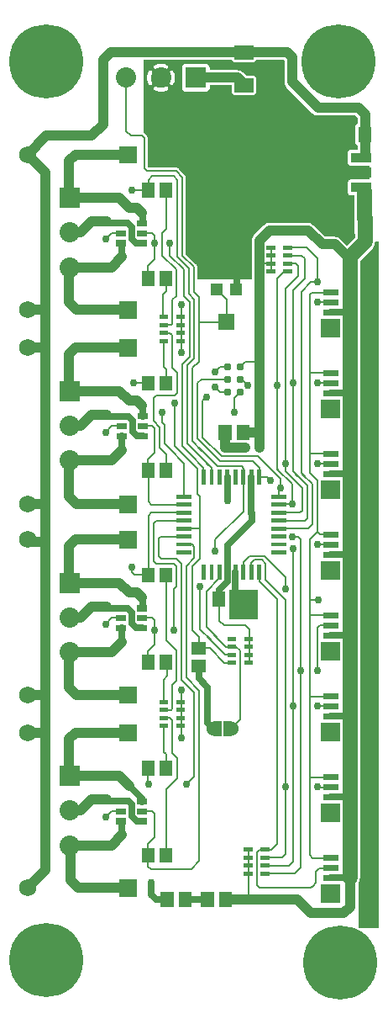
<source format=gbr>
G04 start of page 2 for group 0 idx 0 *
G04 Title: (unknown), top *
G04 Creator: pcb 4.0.2 *
G04 CreationDate: Wed Apr 29 00:27:18 2020 UTC *
G04 For: ndholmes *
G04 Format: Gerber/RS-274X *
G04 PCB-Dimensions (mil): 1500.00 3900.00 *
G04 PCB-Coordinate-Origin: lower left *
%MOIN*%
%FSLAX25Y25*%
%LNTOP*%
%ADD25C,0.0390*%
%ADD24C,0.0380*%
%ADD23C,0.0472*%
%ADD22C,0.1285*%
%ADD21C,0.0150*%
%ADD20C,0.0300*%
%ADD19C,0.0310*%
%ADD18C,0.0680*%
%ADD17C,0.0800*%
%ADD16C,0.2937*%
%ADD15C,0.0600*%
%ADD14C,0.0250*%
%ADD13C,0.0080*%
%ADD12C,0.0400*%
%ADD11C,0.0001*%
G54D11*G36*
X126000Y111000D02*X133500D01*
Y103500D01*
X126000D01*
Y111000D01*
G37*
G36*
Y79000D02*X133500D01*
Y71500D01*
X126000D01*
Y79000D01*
G37*
G36*
Y47000D02*X133500D01*
Y39500D01*
X126000D01*
Y47000D01*
G37*
G36*
Y207000D02*X133500D01*
Y199500D01*
X126000D01*
Y207000D01*
G37*
G36*
Y175000D02*X133500D01*
Y167500D01*
X126000D01*
Y175000D01*
G37*
G36*
Y143000D02*X133500D01*
Y135500D01*
X126000D01*
Y143000D01*
G37*
G36*
Y239000D02*X133500D01*
Y231500D01*
X126000D01*
Y239000D01*
G37*
G36*
X89500Y163500D02*X101000D01*
Y152000D01*
X89500D01*
Y163500D01*
G37*
G36*
X126000Y271000D02*X133500D01*
Y263500D01*
X126000D01*
Y271000D01*
G37*
G36*
X82000Y326000D02*X72400D01*
Y326945D01*
X72404Y327000D01*
X72387Y327220D01*
X72336Y327434D01*
X72251Y327638D01*
X72136Y327825D01*
X72136Y327826D01*
X71993Y327993D01*
X71951Y328029D01*
X69529Y330451D01*
X69493Y330493D01*
X69326Y330636D01*
X69325Y330636D01*
X69138Y330751D01*
X68934Y330836D01*
X68720Y330887D01*
X68500Y330904D01*
X68445Y330900D01*
X67039D01*
Y363700D01*
X67125Y363736D01*
X67226Y363798D01*
X67316Y363874D01*
X67392Y363964D01*
X67451Y364066D01*
X67669Y364535D01*
X67836Y365024D01*
X67956Y365527D01*
X68029Y366039D01*
X68053Y366555D01*
X68029Y367071D01*
X67956Y367583D01*
X67836Y368086D01*
X67669Y368575D01*
X67457Y369047D01*
X67396Y369148D01*
X67319Y369239D01*
X67228Y369316D01*
X67127Y369378D01*
X67039Y369415D01*
Y373500D01*
X82000D01*
Y369500D01*
X81815D01*
X81813Y370790D01*
X81758Y371020D01*
X81668Y371238D01*
X81544Y371439D01*
X81391Y371619D01*
X81211Y371772D01*
X81010Y371896D01*
X80792Y371986D01*
X80562Y372041D01*
X80327Y372055D01*
X72092Y372041D01*
X71862Y371986D01*
X71644Y371896D01*
X71442Y371772D01*
X71263Y371619D01*
X71110Y371439D01*
X70986Y371238D01*
X70896Y371020D01*
X70841Y370790D01*
X70827Y370555D01*
X70841Y362320D01*
X70896Y362090D01*
X70986Y361872D01*
X71110Y361671D01*
X71263Y361491D01*
X71442Y361338D01*
X71644Y361214D01*
X71862Y361124D01*
X72092Y361069D01*
X72327Y361055D01*
X80562Y361069D01*
X80792Y361124D01*
X81010Y361214D01*
X81211Y361338D01*
X81391Y361491D01*
X81544Y361671D01*
X81668Y361872D01*
X81758Y362090D01*
X81813Y362320D01*
X81827Y362555D01*
X81825Y363500D01*
X82000D01*
Y326000D01*
G37*
G36*
X67039Y330900D02*X62549D01*
Y361049D01*
X63063Y361073D01*
X63575Y361146D01*
X64078Y361266D01*
X64567Y361433D01*
X65039Y361645D01*
X65140Y361706D01*
X65231Y361783D01*
X65308Y361873D01*
X65370Y361975D01*
X65416Y362084D01*
X65444Y362200D01*
X65453Y362318D01*
X65444Y362436D01*
X65417Y362552D01*
X65371Y362662D01*
X65309Y362763D01*
X65232Y362853D01*
X65142Y362931D01*
X65041Y362993D01*
X64931Y363039D01*
X64816Y363066D01*
X64698Y363076D01*
X64579Y363067D01*
X64464Y363039D01*
X64355Y362992D01*
X64015Y362834D01*
X63659Y362713D01*
X63294Y362625D01*
X62922Y362573D01*
X62549Y362555D01*
Y370555D01*
X62922Y370537D01*
X63294Y370485D01*
X63659Y370397D01*
X64015Y370276D01*
X64357Y370122D01*
X64465Y370075D01*
X64580Y370048D01*
X64698Y370038D01*
X64815Y370048D01*
X64930Y370076D01*
X65039Y370121D01*
X65140Y370183D01*
X65229Y370260D01*
X65306Y370350D01*
X65367Y370450D01*
X65412Y370559D01*
X65440Y370674D01*
X65449Y370792D01*
X65439Y370910D01*
X65412Y371024D01*
X65366Y371133D01*
X65304Y371234D01*
X65228Y371324D01*
X65138Y371400D01*
X65036Y371460D01*
X64567Y371677D01*
X64078Y371844D01*
X63575Y371964D01*
X63063Y372037D01*
X62549Y372061D01*
Y373500D01*
X67039D01*
Y369415D01*
X67018Y369424D01*
X66902Y369452D01*
X66784Y369461D01*
X66666Y369452D01*
X66550Y369425D01*
X66440Y369379D01*
X66339Y369317D01*
X66248Y369241D01*
X66171Y369150D01*
X66109Y369049D01*
X66063Y368940D01*
X66035Y368824D01*
X66026Y368706D01*
X66035Y368587D01*
X66063Y368472D01*
X66110Y368363D01*
X66268Y368023D01*
X66389Y367667D01*
X66477Y367302D01*
X66529Y366930D01*
X66547Y366555D01*
X66529Y366180D01*
X66477Y365808D01*
X66389Y365443D01*
X66268Y365087D01*
X66114Y364745D01*
X66067Y364637D01*
X66039Y364522D01*
X66030Y364404D01*
X66040Y364287D01*
X66068Y364172D01*
X66113Y364063D01*
X66175Y363962D01*
X66252Y363873D01*
X66341Y363796D01*
X66442Y363735D01*
X66551Y363690D01*
X66666Y363662D01*
X66784Y363653D01*
X66902Y363663D01*
X67016Y363690D01*
X67039Y363700D01*
Y330900D01*
G37*
G36*
X62549D02*X58054D01*
Y363695D01*
X58076Y363686D01*
X58192Y363658D01*
X58310Y363649D01*
X58428Y363658D01*
X58544Y363685D01*
X58654Y363731D01*
X58755Y363793D01*
X58845Y363869D01*
X58923Y363960D01*
X58985Y364061D01*
X59030Y364170D01*
X59058Y364286D01*
X59068Y364404D01*
X59059Y364523D01*
X59031Y364638D01*
X58984Y364747D01*
X58826Y365087D01*
X58705Y365443D01*
X58617Y365808D01*
X58565Y366180D01*
X58547Y366555D01*
X58565Y366930D01*
X58617Y367302D01*
X58705Y367667D01*
X58826Y368023D01*
X58980Y368365D01*
X59027Y368473D01*
X59054Y368588D01*
X59063Y368706D01*
X59054Y368823D01*
X59026Y368938D01*
X58981Y369047D01*
X58919Y369148D01*
X58842Y369237D01*
X58752Y369314D01*
X58652Y369375D01*
X58542Y369420D01*
X58428Y369448D01*
X58310Y369457D01*
X58192Y369447D01*
X58077Y369420D01*
X58054Y369410D01*
Y373500D01*
X62549D01*
Y372061D01*
X62547Y372061D01*
X62031Y372037D01*
X61519Y371964D01*
X61016Y371844D01*
X60527Y371677D01*
X60055Y371465D01*
X59954Y371404D01*
X59863Y371327D01*
X59786Y371237D01*
X59724Y371135D01*
X59678Y371026D01*
X59650Y370910D01*
X59641Y370792D01*
X59650Y370674D01*
X59677Y370558D01*
X59723Y370448D01*
X59784Y370347D01*
X59861Y370257D01*
X59952Y370179D01*
X60053Y370117D01*
X60162Y370071D01*
X60278Y370044D01*
X60396Y370034D01*
X60514Y370043D01*
X60630Y370071D01*
X60739Y370118D01*
X61079Y370276D01*
X61435Y370397D01*
X61800Y370485D01*
X62172Y370537D01*
X62547Y370555D01*
X62549Y370555D01*
Y362555D01*
X62547Y362555D01*
X62172Y362573D01*
X61800Y362625D01*
X61435Y362713D01*
X61079Y362834D01*
X60737Y362988D01*
X60629Y363035D01*
X60514Y363062D01*
X60396Y363072D01*
X60278Y363062D01*
X60164Y363034D01*
X60055Y362989D01*
X59954Y362927D01*
X59865Y362850D01*
X59788Y362760D01*
X59726Y362660D01*
X59681Y362551D01*
X59654Y362436D01*
X59645Y362318D01*
X59654Y362200D01*
X59682Y362086D01*
X59728Y361977D01*
X59789Y361876D01*
X59866Y361786D01*
X59956Y361710D01*
X60058Y361650D01*
X60527Y361433D01*
X61016Y361266D01*
X61519Y361146D01*
X62031Y361073D01*
X62547Y361049D01*
X62549Y361049D01*
Y330900D01*
G37*
G36*
X58054D02*X57580D01*
X57400Y331080D01*
Y342445D01*
X57404Y342500D01*
X57387Y342720D01*
X57336Y342934D01*
X57251Y343138D01*
X57136Y343325D01*
X57136Y343326D01*
X56993Y343493D01*
X56951Y343529D01*
X56029Y344451D01*
X55993Y344493D01*
X55826Y344636D01*
X55825Y344636D01*
X55638Y344751D01*
X55500Y344808D01*
Y373500D01*
X58054D01*
Y369410D01*
X57968Y369374D01*
X57868Y369312D01*
X57778Y369236D01*
X57702Y369146D01*
X57642Y369044D01*
X57425Y368575D01*
X57258Y368086D01*
X57138Y367583D01*
X57065Y367071D01*
X57041Y366555D01*
X57065Y366039D01*
X57138Y365527D01*
X57258Y365024D01*
X57425Y364535D01*
X57637Y364063D01*
X57698Y363962D01*
X57775Y363871D01*
X57865Y363794D01*
X57966Y363732D01*
X58054Y363695D01*
Y330900D01*
G37*
G36*
X147512Y301500D02*X149000D01*
Y29500D01*
X141487D01*
X141000Y29798D01*
Y47556D01*
X141075Y47678D01*
X141316Y48260D01*
X141463Y48872D01*
X141500Y49500D01*
Y293843D01*
X146328Y298672D01*
X146746Y299142D01*
X147075Y299678D01*
X147316Y300260D01*
X147463Y300872D01*
X147512Y301500D01*
G37*
G36*
X98500Y286524D02*X85538D01*
Y363500D01*
X90755D01*
X90759Y360593D01*
X90796Y360440D01*
X90856Y360295D01*
X90938Y360160D01*
X91041Y360041D01*
X91160Y359938D01*
X91295Y359856D01*
X91440Y359796D01*
X91593Y359759D01*
X91750Y359750D01*
X99407Y359759D01*
X99560Y359796D01*
X99705Y359856D01*
X99840Y359938D01*
X99959Y360041D01*
X100062Y360160D01*
X100144Y360295D01*
X100204Y360440D01*
X100241Y360593D01*
X100250Y360750D01*
X100241Y366407D01*
X100204Y366560D01*
X100144Y366705D01*
X100062Y366840D01*
X99959Y366959D01*
X99840Y367062D01*
X99705Y367144D01*
X99560Y367204D01*
X99407Y367241D01*
X99250Y367250D01*
X96496Y367247D01*
X95204Y368538D01*
X95128Y368628D01*
X94769Y368935D01*
X94366Y369181D01*
X93930Y369362D01*
X93471Y369472D01*
X93000Y369509D01*
X92882Y369500D01*
X85538D01*
Y373500D01*
X90782D01*
X90796Y373440D01*
X90856Y373295D01*
X90938Y373160D01*
X91041Y373041D01*
X91160Y372938D01*
X91295Y372856D01*
X91440Y372796D01*
X91593Y372759D01*
X91750Y372750D01*
X99407Y372759D01*
X99560Y372796D01*
X99705Y372856D01*
X99840Y372938D01*
X99959Y373041D01*
X100062Y373160D01*
X100144Y373295D01*
X100204Y373440D01*
X100218Y373500D01*
X111257D01*
X111500Y373257D01*
Y365118D01*
X111491Y365000D01*
X111528Y364529D01*
Y364529D01*
X111549Y364440D01*
X111638Y364070D01*
X111819Y363634D01*
X112065Y363231D01*
X112065Y363231D01*
X112372Y362872D01*
X112462Y362796D01*
X122796Y352462D01*
X122872Y352372D01*
X123231Y352065D01*
X123231Y352065D01*
X123634Y351819D01*
X124070Y351638D01*
X124440Y351549D01*
X124529Y351528D01*
X124529D01*
X125000Y351491D01*
X125118Y351500D01*
X139757D01*
X140500Y350757D01*
Y348267D01*
X140346Y348203D01*
X140159Y348088D01*
X139991Y347945D01*
X139848Y347777D01*
X139733Y347590D01*
X139648Y347386D01*
X139597Y347172D01*
X139584Y346952D01*
X139597Y340828D01*
X139648Y340614D01*
X139733Y340410D01*
X139848Y340223D01*
X139991Y340055D01*
X140159Y339912D01*
X140346Y339797D01*
X140543Y339715D01*
Y338088D01*
X137796Y338084D01*
X137597Y338036D01*
X137408Y337958D01*
X137234Y337851D01*
X137078Y337718D01*
X136945Y337562D01*
X136838Y337388D01*
X136760Y337199D01*
X136712Y337000D01*
X136700Y336796D01*
X136712Y332812D01*
X136760Y332613D01*
X136838Y332424D01*
X136945Y332250D01*
X137078Y332094D01*
X137234Y331961D01*
X137408Y331854D01*
X137597Y331776D01*
X137796Y331728D01*
X138000Y331716D01*
X145256Y331727D01*
Y326283D01*
X137796Y326272D01*
X137597Y326224D01*
X137408Y326146D01*
X137234Y326039D01*
X137078Y325906D01*
X136945Y325750D01*
X136838Y325576D01*
X136760Y325387D01*
X136712Y325188D01*
X136700Y324984D01*
X136712Y321000D01*
X136760Y320801D01*
X136838Y320612D01*
X136945Y320438D01*
X137078Y320282D01*
X137234Y320149D01*
X137408Y320042D01*
X137597Y319964D01*
X137796Y319916D01*
X138000Y319904D01*
X139405Y319906D01*
Y316238D01*
X139360Y316049D01*
X139346Y315814D01*
X139360Y304951D01*
X139415Y304721D01*
X139500Y304516D01*
Y303157D01*
X136293Y299950D01*
X133704Y302538D01*
X133628Y302628D01*
X133269Y302935D01*
X132866Y303181D01*
X132430Y303362D01*
X131971Y303472D01*
X131500Y303509D01*
X131382Y303500D01*
X127743D01*
X123204Y308038D01*
X123128Y308128D01*
X122769Y308435D01*
X122366Y308681D01*
X121930Y308862D01*
X121471Y308972D01*
X121000Y309009D01*
X120882Y309000D01*
X105618D01*
X105500Y309009D01*
X105029Y308972D01*
X104570Y308862D01*
X104134Y308681D01*
X103731Y308435D01*
X103731Y308434D01*
X103372Y308128D01*
X103296Y308038D01*
X99462Y304204D01*
X99372Y304128D01*
X99065Y303769D01*
X98819Y303366D01*
X98638Y302930D01*
X98528Y302471D01*
X98528Y302471D01*
X98491Y302000D01*
X98500Y301882D01*
Y286524D01*
G37*
G36*
X85538D02*X76900D01*
Y291445D01*
X76904Y291500D01*
X76887Y291720D01*
X76836Y291934D01*
X76751Y292138D01*
X76636Y292325D01*
X76636Y292326D01*
X76493Y292493D01*
X76451Y292529D01*
X72400Y296580D01*
Y326945D01*
X72404Y327000D01*
X72387Y327220D01*
X72336Y327434D01*
X72251Y327638D01*
X72136Y327825D01*
X72136Y327826D01*
X71993Y327993D01*
X71951Y328029D01*
X69529Y330451D01*
X69493Y330493D01*
X69326Y330636D01*
X69325Y330636D01*
X69138Y330751D01*
X68934Y330836D01*
X68720Y330887D01*
X68500Y330904D01*
X68445Y330900D01*
X67039D01*
Y363700D01*
X67125Y363736D01*
X67226Y363798D01*
X67316Y363874D01*
X67392Y363964D01*
X67451Y364066D01*
X67669Y364535D01*
X67836Y365024D01*
X67956Y365527D01*
X68029Y366039D01*
X68053Y366555D01*
X68029Y367071D01*
X67956Y367583D01*
X67836Y368086D01*
X67669Y368575D01*
X67457Y369047D01*
X67396Y369148D01*
X67319Y369239D01*
X67228Y369316D01*
X67127Y369378D01*
X67039Y369415D01*
Y373500D01*
X85538D01*
Y369500D01*
X81815D01*
X81813Y370790D01*
X81758Y371020D01*
X81668Y371238D01*
X81544Y371439D01*
X81391Y371619D01*
X81211Y371772D01*
X81010Y371896D01*
X80792Y371986D01*
X80562Y372041D01*
X80327Y372055D01*
X72092Y372041D01*
X71862Y371986D01*
X71644Y371896D01*
X71442Y371772D01*
X71263Y371619D01*
X71110Y371439D01*
X70986Y371238D01*
X70896Y371020D01*
X70841Y370790D01*
X70827Y370555D01*
X70841Y362320D01*
X70896Y362090D01*
X70986Y361872D01*
X71110Y361671D01*
X71263Y361491D01*
X71442Y361338D01*
X71644Y361214D01*
X71862Y361124D01*
X72092Y361069D01*
X72327Y361055D01*
X80562Y361069D01*
X80792Y361124D01*
X81010Y361214D01*
X81211Y361338D01*
X81391Y361491D01*
X81544Y361671D01*
X81668Y361872D01*
X81758Y362090D01*
X81813Y362320D01*
X81827Y362555D01*
X81825Y363500D01*
X85538D01*
Y286524D01*
G37*
G36*
X67039Y330900D02*X62549D01*
Y361049D01*
X63063Y361073D01*
X63575Y361146D01*
X64078Y361266D01*
X64567Y361433D01*
X65039Y361645D01*
X65140Y361706D01*
X65231Y361783D01*
X65308Y361873D01*
X65370Y361975D01*
X65416Y362084D01*
X65444Y362200D01*
X65453Y362318D01*
X65444Y362436D01*
X65417Y362552D01*
X65371Y362662D01*
X65309Y362763D01*
X65232Y362853D01*
X65142Y362931D01*
X65041Y362993D01*
X64931Y363039D01*
X64816Y363066D01*
X64698Y363076D01*
X64579Y363067D01*
X64464Y363039D01*
X64355Y362992D01*
X64015Y362834D01*
X63659Y362713D01*
X63294Y362625D01*
X62922Y362573D01*
X62549Y362555D01*
Y370555D01*
X62922Y370537D01*
X63294Y370485D01*
X63659Y370397D01*
X64015Y370276D01*
X64357Y370122D01*
X64465Y370075D01*
X64580Y370048D01*
X64698Y370038D01*
X64815Y370048D01*
X64930Y370076D01*
X65039Y370121D01*
X65140Y370183D01*
X65229Y370260D01*
X65306Y370350D01*
X65367Y370450D01*
X65412Y370559D01*
X65440Y370674D01*
X65449Y370792D01*
X65439Y370910D01*
X65412Y371024D01*
X65366Y371133D01*
X65304Y371234D01*
X65228Y371324D01*
X65138Y371400D01*
X65036Y371460D01*
X64567Y371677D01*
X64078Y371844D01*
X63575Y371964D01*
X63063Y372037D01*
X62549Y372061D01*
Y373500D01*
X67039D01*
Y369415D01*
X67018Y369424D01*
X66902Y369452D01*
X66784Y369461D01*
X66666Y369452D01*
X66550Y369425D01*
X66440Y369379D01*
X66339Y369317D01*
X66248Y369241D01*
X66171Y369150D01*
X66109Y369049D01*
X66063Y368940D01*
X66035Y368824D01*
X66026Y368706D01*
X66035Y368587D01*
X66063Y368472D01*
X66110Y368363D01*
X66268Y368023D01*
X66389Y367667D01*
X66477Y367302D01*
X66529Y366930D01*
X66547Y366555D01*
X66529Y366180D01*
X66477Y365808D01*
X66389Y365443D01*
X66268Y365087D01*
X66114Y364745D01*
X66067Y364637D01*
X66039Y364522D01*
X66030Y364404D01*
X66040Y364287D01*
X66068Y364172D01*
X66113Y364063D01*
X66175Y363962D01*
X66252Y363873D01*
X66341Y363796D01*
X66442Y363735D01*
X66551Y363690D01*
X66666Y363662D01*
X66784Y363653D01*
X66902Y363663D01*
X67016Y363690D01*
X67039Y363700D01*
Y330900D01*
G37*
G36*
X62549D02*X58054D01*
Y363695D01*
X58076Y363686D01*
X58192Y363658D01*
X58310Y363649D01*
X58428Y363658D01*
X58544Y363685D01*
X58654Y363731D01*
X58755Y363793D01*
X58845Y363869D01*
X58923Y363960D01*
X58985Y364061D01*
X59030Y364170D01*
X59058Y364286D01*
X59068Y364404D01*
X59059Y364523D01*
X59031Y364638D01*
X58984Y364747D01*
X58826Y365087D01*
X58705Y365443D01*
X58617Y365808D01*
X58565Y366180D01*
X58547Y366555D01*
X58565Y366930D01*
X58617Y367302D01*
X58705Y367667D01*
X58826Y368023D01*
X58980Y368365D01*
X59027Y368473D01*
X59054Y368588D01*
X59063Y368706D01*
X59054Y368823D01*
X59026Y368938D01*
X58981Y369047D01*
X58919Y369148D01*
X58842Y369237D01*
X58752Y369314D01*
X58652Y369375D01*
X58542Y369420D01*
X58428Y369448D01*
X58310Y369457D01*
X58192Y369447D01*
X58077Y369420D01*
X58054Y369410D01*
Y373500D01*
X62549D01*
Y372061D01*
X62547Y372061D01*
X62031Y372037D01*
X61519Y371964D01*
X61016Y371844D01*
X60527Y371677D01*
X60055Y371465D01*
X59954Y371404D01*
X59863Y371327D01*
X59786Y371237D01*
X59724Y371135D01*
X59678Y371026D01*
X59650Y370910D01*
X59641Y370792D01*
X59650Y370674D01*
X59677Y370558D01*
X59723Y370448D01*
X59784Y370347D01*
X59861Y370257D01*
X59952Y370179D01*
X60053Y370117D01*
X60162Y370071D01*
X60278Y370044D01*
X60396Y370034D01*
X60514Y370043D01*
X60630Y370071D01*
X60739Y370118D01*
X61079Y370276D01*
X61435Y370397D01*
X61800Y370485D01*
X62172Y370537D01*
X62547Y370555D01*
X62549Y370555D01*
Y362555D01*
X62547Y362555D01*
X62172Y362573D01*
X61800Y362625D01*
X61435Y362713D01*
X61079Y362834D01*
X60737Y362988D01*
X60629Y363035D01*
X60514Y363062D01*
X60396Y363072D01*
X60278Y363062D01*
X60164Y363034D01*
X60055Y362989D01*
X59954Y362927D01*
X59865Y362850D01*
X59788Y362760D01*
X59726Y362660D01*
X59681Y362551D01*
X59654Y362436D01*
X59645Y362318D01*
X59654Y362200D01*
X59682Y362086D01*
X59728Y361977D01*
X59789Y361876D01*
X59866Y361786D01*
X59956Y361710D01*
X60058Y361650D01*
X60527Y361433D01*
X61016Y361266D01*
X61519Y361146D01*
X62031Y361073D01*
X62547Y361049D01*
X62549Y361049D01*
Y330900D01*
G37*
G36*
X58054D02*X57580D01*
X57400Y331080D01*
Y342445D01*
X57404Y342500D01*
X57387Y342720D01*
X57336Y342934D01*
X57251Y343138D01*
X57136Y343325D01*
X57136Y343326D01*
X56993Y343493D01*
X56951Y343529D01*
X56029Y344451D01*
X55993Y344493D01*
X55826Y344636D01*
X55825Y344636D01*
X55638Y344751D01*
X55500Y344808D01*
Y373500D01*
X58054D01*
Y369410D01*
X57968Y369374D01*
X57868Y369312D01*
X57778Y369236D01*
X57702Y369146D01*
X57642Y369044D01*
X57425Y368575D01*
X57258Y368086D01*
X57138Y367583D01*
X57065Y367071D01*
X57041Y366555D01*
X57065Y366039D01*
X57138Y365527D01*
X57258Y365024D01*
X57425Y364535D01*
X57637Y364063D01*
X57698Y363962D01*
X57775Y363871D01*
X57865Y363794D01*
X57966Y363732D01*
X58054Y363695D01*
Y330900D01*
G37*
G54D12*X49500Y259500D02*X28500D01*
X26000Y257000D01*
Y242500D01*
G54D13*X57457Y287893D02*Y291957D01*
X60000Y294500D01*
Y304000D01*
X57500Y322000D02*Y326000D01*
X56000Y342500D02*Y330500D01*
X57000Y329500D01*
X57500Y326000D02*X59000Y327500D01*
X60000Y304000D02*X59000Y305000D01*
X55200D01*
X51000Y322000D02*X57414D01*
G54D12*X53000Y315000D02*X55000Y313000D01*
G54D14*X55200Y308900D02*Y312800D01*
X54900Y301100D02*X52600D01*
X50950Y302750D01*
Y307250D01*
G54D13*X64500Y282000D02*Y286957D01*
X64543Y287000D01*
X71500Y287500D02*Y281500D01*
Y282500D02*Y280000D01*
X59000Y327500D02*X67500D01*
X57000Y329500D02*X68500D01*
X71000Y327000D01*
X67500Y327500D02*X69000Y326000D01*
Y295500D01*
X64500Y322000D02*Y313500D01*
Y316500D02*Y306500D01*
X71000Y327000D02*Y296000D01*
X63000Y305000D02*Y297500D01*
X64500Y306500D02*X63000Y305000D01*
X66000Y301000D02*Y296000D01*
X71500Y290500D01*
X68500D02*X63000Y296000D01*
Y299500D01*
X71500Y290500D02*Y287000D01*
X68500Y280000D02*Y290500D01*
X69000Y241500D02*Y243500D01*
G54D12*X49500Y336000D02*X28500D01*
X26000Y333500D01*
Y319000D01*
X25945Y318945D01*
X26173D02*X41055D01*
X40000D02*X46055D01*
X9500Y336000D02*X16500Y329000D01*
X35000Y343500D02*X17000D01*
X9500Y336000D01*
X46055Y318945D02*X50000Y315000D01*
X53000D01*
X49000Y274500D02*X29000D01*
X26000Y277500D01*
Y291386D01*
X26173Y305165D02*X30665D01*
X35000Y309500D01*
X41000D01*
X26173Y291386D02*X42886D01*
X47000Y295500D01*
G54D14*Y301100D02*Y295500D01*
Y308900D02*X40100D01*
G54D13*X47000Y305000D02*X43000D01*
X40500Y302500D01*
G54D14*X46300Y308900D02*X49300D01*
X50700Y307500D01*
X130000Y241531D02*X136469D01*
G54D13*X124500Y245500D02*X129969D01*
X130000Y245469D01*
X121500Y249500D02*X129906D01*
X130000Y249406D01*
G54D14*X136469Y241531D02*X136500Y241500D01*
G54D13*X129906Y281500D02*X130000Y281406D01*
X122406D01*
X121500Y280500D01*
X118224Y281724D02*X122000Y285500D01*
X124500D01*
X121500Y280500D02*Y216500D01*
X124500Y277500D02*X129969D01*
X108500Y211500D02*Y286000D01*
X112000Y210500D02*X113250Y209250D01*
X112000Y210500D02*Y283000D01*
X114925Y215425D02*Y282425D01*
X118224Y209851D02*Y281724D01*
G54D14*X130000Y273531D02*X136469D01*
X136500Y273500D01*
G54D13*X129969Y277500D02*X130000Y277469D01*
G54D12*X143543Y344000D02*Y335043D01*
X143500Y335000D01*
Y343000D02*Y352000D01*
X141000Y354500D01*
X125000D01*
X114500Y365000D01*
Y374500D01*
X112500Y376500D01*
X143500Y310405D02*X143405Y310500D01*
G54D15*Y321626D01*
X143500Y302000D02*Y310905D01*
X137500Y288000D02*Y295500D01*
X143500Y301500D01*
G54D12*X126500Y300500D02*X131500D01*
X137500Y294500D01*
X105500Y306000D02*X111000D01*
G54D13*X106152Y289776D02*Y299224D01*
X108500Y287000D02*Y284500D01*
G54D12*X108000Y306000D02*X121000D01*
X126500Y300500D01*
G54D13*X112848Y299224D02*X120276D01*
X124500Y295000D01*
X112848Y296075D02*X118425D01*
X119500Y295000D01*
X112848Y289776D02*X111276D01*
X108500Y287000D01*
X112000Y283000D02*X116000Y287000D01*
X112848Y292925D02*X116075D01*
X124500Y295000D02*Y285500D01*
X114925Y282425D02*X119500Y287000D01*
Y295000D01*
X116075Y292925D02*X117000Y292000D01*
Y288000D01*
X115500Y286500D01*
G54D12*X82000Y376500D02*X42500D01*
X39500Y373500D01*
Y348000D01*
X35000Y343500D01*
G54D13*X48768Y366555D02*Y345232D01*
X50500Y343500D01*
X55000D01*
X56000Y342500D01*
G54D12*X76382Y366500D02*X76327Y366555D01*
X76441Y366441D02*X76559D01*
X112500Y376500D02*X73000D01*
X76500Y366500D02*X93000D01*
X96000Y363500D01*
G54D13*X63152Y271724D02*Y280652D01*
X67000Y278500D02*Y269000D01*
X66500Y268500D01*
X63727D01*
X63652Y265425D02*X66075D01*
X67000Y264500D01*
X70500Y276500D02*Y257500D01*
X77500Y279500D02*Y254000D01*
G54D12*X101500Y282500D02*Y302000D01*
X105500Y306000D01*
G54D13*X101848Y300348D02*X101500Y300000D01*
X106152Y293000D02*X101500D01*
X84550Y282500D02*X84600Y282550D01*
X88500Y278650D02*X84600Y282550D01*
G54D12*X101500Y293500D02*Y222000D01*
G54D14*X92500Y288500D02*Y282648D01*
X92402Y282550D01*
G54D13*X94000Y252000D02*X96000Y254000D01*
X101500D01*
X94500Y247000D02*X97000Y244500D01*
X88500Y269750D02*Y278650D01*
X89000Y242000D02*X86000D01*
X89000Y252000D02*X86000D01*
X84000Y250000D01*
X63152Y280652D02*X64500Y282000D01*
X68500Y280000D02*X67000Y278500D01*
X71500Y280000D02*X74000Y277500D01*
X73500Y281000D02*X75750Y278750D01*
X75500Y281500D02*X77500Y279500D01*
X69000Y295500D02*X73500Y291000D01*
Y281000D01*
X71000Y296000D02*X75500Y291500D01*
Y281500D01*
X88500Y269500D02*X77500D01*
X77500D01*
X91500Y239500D02*X94000Y242000D01*
X91500Y234000D02*Y239500D01*
X86000Y242000D02*X84000Y244000D01*
G54D12*X94543Y226000D02*X101000D01*
G54D13*X94000Y247000D02*X94500D01*
X78500D02*X89000D01*
X74000Y277500D02*Y256000D01*
X75750Y278750D02*Y255250D01*
X75000Y251500D02*Y222500D01*
X74000Y256000D02*X71000Y253000D01*
X75750Y255250D02*X73000Y252500D01*
X77000Y245500D02*X78500Y247000D01*
X77500Y254000D02*X75000Y251500D01*
X68000Y237500D02*Y220500D01*
X79000Y224000D02*Y238500D01*
X80500Y240000D01*
X77000Y223500D02*Y245500D01*
G54D14*X88925Y208279D02*Y199075D01*
X89000Y199000D01*
G54D13*X82626Y208279D02*Y211874D01*
X80750Y213750D01*
X86000Y214500D02*X98500D01*
X88000Y216500D02*X101000D01*
X107000Y210500D01*
X108500Y211500D02*X110000Y210000D01*
X77000Y211500D02*Y201500D01*
X78000Y200500D01*
X94500Y212500D02*X85000D01*
G54D12*X101500Y228000D02*Y220000D01*
G54D13*X89500Y216500D02*X86500D01*
G54D12*X87957Y226000D02*Y220043D01*
X88000Y220000D02*X96000D01*
G54D13*X63652Y262276D02*Y251848D01*
X67000Y264500D02*Y251500D01*
X64500Y245543D02*X64543Y245500D01*
X51500D02*X57457D01*
X59500Y230500D02*Y239500D01*
X60500Y240500D01*
G54D12*X53000Y238500D02*X55000Y236500D01*
G54D14*X55200Y232400D02*Y236300D01*
X54750Y236750D01*
G54D13*X63652Y251848D02*X64500Y251000D01*
Y245543D01*
X67000Y251500D02*X69000Y249500D01*
Y241500D01*
X60500Y240500D02*X68000D01*
X69000Y241500D01*
X63000Y234000D02*Y230000D01*
X71000Y253000D02*Y220500D01*
X73000Y252500D02*Y221500D01*
X64543Y211000D02*Y217457D01*
X62000Y220000D01*
Y228000D01*
X59500Y230500D01*
X63000Y230000D02*X64000Y229000D01*
Y221500D01*
X67500Y218000D01*
X75000Y216500D02*X73500Y218000D01*
X77000Y217500D02*X75500Y219000D01*
X79000Y218500D02*X77500Y220000D01*
X82500Y212000D02*X73000Y221500D01*
X79476Y208279D02*Y212024D01*
X74250Y217250D01*
X85000Y212500D02*X83000Y214500D01*
X78500Y219000D02*X84000Y213500D01*
X79500Y221000D02*X86000Y214500D01*
X86500Y216500D02*X79000Y224000D01*
X75000Y222500D02*X78750Y218750D01*
X77000Y223500D02*X80250Y220250D01*
X71000Y220500D02*X75000Y216500D01*
X68000Y220500D02*X77000Y211500D01*
X71721Y208500D02*Y213779D01*
X66000Y219500D01*
G54D12*X9500Y259500D02*X16500D01*
X9500Y274500D02*X16500D01*
X26173Y242445D02*X41055D01*
X40000D02*X46055D01*
X50000Y238500D01*
X53000D01*
G54D14*X46600Y232400D02*X49600D01*
G54D12*X26173Y214886D02*X42886D01*
X47000Y219000D01*
G54D14*Y224600D02*Y219000D01*
G54D12*X26173Y228665D02*X30665D01*
X35000Y233000D01*
G54D14*X49600Y232400D02*X51000Y231000D01*
X51250Y226250D02*Y230750D01*
X50750Y231250D01*
X55200Y224600D02*X52900D01*
X51250Y226250D01*
G54D12*X35000Y233000D02*X41000D01*
G54D14*X47000Y232400D02*X40100D01*
X39500Y233000D01*
G54D13*X47000Y228500D02*X43000D01*
X40500Y226000D01*
G54D12*X49500Y183500D02*X28500D01*
X49000Y197500D02*X29000D01*
X26000Y200500D01*
X28500Y183500D02*X26000Y181000D01*
Y166500D01*
Y200500D02*Y214386D01*
X16500Y329000D02*Y52500D01*
X9500Y197500D02*X16500D01*
X9500Y182500D02*X16500D01*
G54D14*X47000Y156400D02*X40100D01*
G54D13*X51000Y172500D02*Y170500D01*
G54D14*X46300Y156400D02*X49300D01*
G54D13*X47000Y152500D02*X43000D01*
G54D14*X55000Y79800D02*Y81000D01*
X49450Y86550D01*
G54D13*X43000Y152500D02*X40500Y150000D01*
X57457Y211393D02*Y215457D01*
X60000Y218000D01*
Y227500D01*
X59000Y228500D01*
X57500Y211957D02*X57457Y212000D01*
X59000Y228500D02*X55200D01*
X64500Y211043D02*X64543Y211000D01*
X57500Y198500D02*Y211957D01*
Y193000D02*Y169586D01*
X59500Y175000D02*Y190000D01*
X60500Y191000D01*
X62275Y184775D02*X61500Y184000D01*
Y177000D01*
X62500Y176000D01*
X68500Y165000D02*Y173000D01*
X67500Y174000D01*
X60500D01*
X59500Y175000D01*
X62500Y176000D02*X68500D01*
X70500Y174000D01*
G54D12*X50000Y162500D02*X53000D01*
X55000Y160500D01*
G54D14*X55200Y156400D02*Y160300D01*
G54D13*X51000Y170500D02*X52000Y169500D01*
X57500D01*
X71721Y197374D02*X58626D01*
X71721Y194224D02*X58724D01*
X57500Y193000D01*
X58626Y197374D02*X57500Y198500D01*
X71721Y200523D02*Y211779D01*
X71646Y191000D02*X71721Y191075D01*
X60500Y191000D02*X71354D01*
X71500Y190854D01*
X71721Y184775D02*X62275D01*
X71721Y181626D02*X74874D01*
X75750Y180750D01*
Y176250D01*
X72500Y173000D01*
X75000D02*X78000Y176000D01*
Y200500D01*
X71721Y187925D02*X77925D01*
X78000Y188000D01*
Y149500D02*Y148000D01*
X77586Y140500D02*X77543Y140543D01*
G54D12*X26173Y166445D02*X41055D01*
X26173Y152665D02*X30665D01*
X35000Y157000D01*
X41000D01*
X40000Y166445D02*X46055D01*
X50000Y162500D01*
X26173Y138886D02*X42886D01*
X47000Y143000D01*
G54D14*Y148600D02*Y143000D01*
X49300Y156400D02*X50700Y155000D01*
X50950Y150250D02*Y154750D01*
X54900Y148600D02*X52600D01*
X50950Y150250D01*
X130000Y177531D02*X136469D01*
X136500Y177500D01*
G54D13*X97500Y177000D02*X103500D01*
X124500Y181500D02*X129969D01*
X130000Y181469D01*
X125500Y185500D02*X129906D01*
X130000Y185406D01*
X114500Y184500D02*X117000D01*
X118000Y183500D01*
G54D14*X130000Y209531D02*X136469D01*
X136500Y209500D01*
G54D13*X124500Y213500D02*X129969D01*
X130000Y213469D01*
X121500Y217500D02*X129906D01*
X130000Y217406D01*
X121500Y217500D02*Y210000D01*
X114925Y216075D02*Y210575D01*
X116750Y208750D01*
X114374Y197374D02*X114500Y197500D01*
X109405D01*
X109279Y197374D01*
X114500Y201500D02*Y197500D01*
X121500Y210000D02*X124500Y207000D01*
Y199000D01*
X118224Y209851D02*X119575Y208500D01*
X122500Y205575D02*X118787Y209287D01*
X115000Y210500D02*X120500Y205000D01*
X111925Y210575D02*X118500Y204000D01*
X116000Y206500D01*
X114500Y205500D02*Y200500D01*
X109279Y187925D02*X120925D01*
X119500Y191000D02*X109354D01*
X109279Y194225D02*X117725D01*
X118500Y195000D01*
X120925Y187925D02*X122500Y189500D01*
Y205575D01*
Y205000D02*Y205575D01*
X120500Y205000D02*Y192000D01*
X118500Y195000D02*Y204000D01*
X120500Y192000D02*X119500Y191000D01*
X124500Y199500D02*Y186500D01*
X121500Y183500D01*
X124500Y186500D02*X125500Y185500D01*
X108776Y211224D02*X114500Y205500D01*
X110000Y207500D02*X106500Y211000D01*
X104721Y208279D02*X106000Y207000D01*
X109279Y200524D02*Y203279D01*
X110000Y204000D01*
Y207500D01*
X101523Y208279D02*X104721D01*
X101500Y208302D02*X101523Y208279D01*
X95224D02*Y211776D01*
X94500Y212500D01*
X101523Y208279D02*Y211977D01*
X105500Y212000D02*X107250Y210250D01*
X101523Y211977D02*X99000Y214500D01*
X96000D01*
X95224Y208776D02*Y194724D01*
G54D14*X98374Y208279D02*Y194126D01*
X98500Y194000D01*
G54D13*X95224Y194724D02*X84000Y183500D01*
Y179000D01*
X95225Y170721D02*Y174725D01*
X97500Y177000D01*
G54D14*X88925Y170721D02*Y181425D01*
X98500Y191000D01*
Y194000D01*
G54D13*X85776Y170721D02*Y168276D01*
X80500Y163000D01*
G54D14*X88925Y166925D02*X86000Y164000D01*
X85543Y159957D02*Y163543D01*
X86750Y164750D01*
X88925Y171925D02*Y167425D01*
Y170000D02*Y166925D01*
X92075Y170721D02*Y160075D01*
G54D13*X85543Y159500D02*Y151457D01*
X78000Y148000D02*X82500Y143500D01*
X81250Y144750D01*
X77500Y140543D02*X78457D01*
X82000Y140500D02*X77586D01*
X92425Y141075D02*X88425D01*
X83750Y145750D01*
X90652Y137925D02*X88075D01*
X81000Y145000D01*
X90652Y134776D02*X87724D01*
X82000Y140500D01*
G54D12*X26173Y89945D02*X41055D01*
X40000D02*X46055D01*
X50000Y86000D01*
X26173Y62386D02*X42886D01*
X47000Y66500D01*
G54D14*Y72100D02*Y66500D01*
G54D12*X26173Y76165D02*X30665D01*
X35000Y80500D01*
X41000D01*
G54D14*X47000Y79900D02*X40100D01*
X46600D02*X49600D01*
X55200Y72100D02*X52900D01*
G54D13*X47000Y76000D02*X43000D01*
X40500Y73500D01*
G54D14*X50900Y76000D02*Y78600D01*
X49600Y79900D01*
X50900Y76600D02*Y74100D01*
X52900Y72100D01*
G54D12*X49500Y107000D02*X28500D01*
X26000Y104500D01*
Y90000D01*
X49000Y122000D02*X29000D01*
X49500Y45500D02*X29500D01*
X26500Y48500D01*
Y62386D01*
X16500Y52500D02*X9500Y45500D01*
X29000Y122000D02*X26000Y125000D01*
Y138886D01*
X16500Y122000D02*X9500D01*
Y107000D02*X16500D01*
G54D13*X57457Y135393D02*Y139457D01*
X60000Y142000D01*
Y151500D01*
X63652Y128152D02*X65000Y129500D01*
Y134457D01*
X68500Y139500D02*Y127500D01*
X67000Y126000D01*
X70500Y128000D02*X75500Y123000D01*
G54D14*X77500Y133457D02*Y128500D01*
X81000Y125000D01*
G54D13*X77695Y140348D02*X77500Y140543D01*
G54D14*X130000Y113531D02*X136469D01*
X130000Y145531D02*X136469D01*
X136500Y145500D01*
G54D13*X129969Y117500D02*X130000Y117469D01*
G54D14*X136469Y113531D02*X136500Y113500D01*
G54D15*X137500Y289500D02*Y49500D01*
G54D12*Y59500D02*Y38000D01*
X135000Y35500D01*
G54D13*X124500Y117500D02*X129969D01*
G54D12*X135000Y35500D02*X122000D01*
G54D13*Y45500D02*X123250Y46750D01*
X121500Y171500D02*Y65000D01*
Y153500D02*X129906D01*
X125000Y159500D02*X121500D01*
X129906Y153500D02*X130000Y153406D01*
X121500Y183500D02*Y170500D01*
X118000Y183500D02*Y171000D01*
X115000Y180000D02*Y151500D01*
X101524Y170721D02*Y166976D01*
X108500Y160000D01*
Y149500D01*
X98374Y170721D02*Y174374D01*
X104000Y174000D02*Y167500D01*
X98374Y174374D02*X99500Y175500D01*
X102500D01*
X104000Y174000D01*
X103500Y177000D02*X107000Y173500D01*
X104000Y167500D02*X112000Y159500D01*
Y151500D01*
Y164000D02*Y168500D01*
X106500Y174000D01*
X112000Y152500D02*Y68000D01*
X115000Y152000D02*Y65500D01*
X118000Y173500D02*Y64500D01*
G54D12*X122000Y35500D02*X117000Y40500D01*
X116500Y41000D02*X119000Y38500D01*
G54D13*X101500Y45500D02*X122000D01*
X110575Y57575D02*X112000Y59000D01*
Y71500D01*
X108500Y63000D02*Y73500D01*
X103848Y60724D02*X106224D01*
X108500Y63000D01*
X104224Y60724D02*X101724D01*
X100500Y59500D01*
Y46500D01*
X101500Y45500D01*
X63652Y109776D02*Y99348D01*
X64500Y98500D01*
Y84500D02*Y58543D01*
Y98500D02*Y93043D01*
X67000Y99000D02*X69000Y97000D01*
Y89000D01*
X64500Y84500D01*
X63652Y112925D02*X66075D01*
X67000Y112000D01*
Y99000D01*
X75500Y123000D02*Y89500D01*
X72500Y86500D01*
X77750Y56250D02*Y123750D01*
X72500Y129000D01*
G54D14*X130000Y49531D02*X136469D01*
X136500Y49500D01*
X130000Y81531D02*X136469D01*
X136500Y81500D01*
G54D13*X130000Y53469D02*X125469D01*
X130000Y57406D02*X122594D01*
X121500Y58500D01*
Y69500D01*
X124000Y49500D02*Y52000D01*
X125469Y53469D01*
X122500Y46000D02*X124000Y47500D01*
Y51000D01*
X57457Y62957D02*X60000Y65500D01*
Y75000D01*
X59000Y76000D01*
X55200D01*
X58500Y53000D02*X74500D01*
X77750Y56250D01*
G54D14*X72043Y41000D02*X81457D01*
X64957D02*X60500D01*
X58500Y47500D02*Y43000D01*
X60500Y41000D02*X58500Y43000D01*
G54D12*X88543Y41000D02*X116500D01*
G54D13*X89348Y41152D02*X89500Y41000D01*
X97152Y41348D02*X97500Y41000D01*
X103848Y51276D02*X115776D01*
X118000Y53500D01*
X103848Y54425D02*X113425D01*
X115000Y56000D01*
X103848Y57575D02*X110575D01*
X118000Y53500D02*Y69500D01*
X115000Y56000D02*Y68500D01*
X97152Y60724D02*Y41348D01*
X130000Y85469D02*X124531D01*
X124500Y85500D01*
X130000Y89406D02*X121594D01*
X121500Y89500D01*
X130000Y121406D02*X121594D01*
X121500Y121500D01*
X129969Y149500D02*X130000Y149469D01*
X129969Y149500D02*X125500D01*
X124500Y148500D01*
Y131500D01*
X108500Y151500D02*Y69500D01*
X63652Y119224D02*Y128152D01*
X67000Y126000D02*Y116500D01*
X66500Y116000D01*
X63727D01*
X63652Y116075D01*
G54D14*X81000Y125000D02*Y111000D01*
X83500Y108500D01*
G54D13*X90000Y108800D02*X90300Y108500D01*
X94000Y139500D02*Y112200D01*
X90300Y108500D01*
X85543Y151457D02*X87500Y149500D01*
X96000D01*
X80500Y149000D02*X84500Y145000D01*
X97500Y134928D02*X97348Y134776D01*
X96000Y149500D02*X97500Y148000D01*
Y134928D01*
X92425Y141075D02*X94000Y139500D01*
X90425Y141000D02*X90500Y141075D01*
X57500Y169586D02*X57414Y169500D01*
X57457Y92957D02*Y86543D01*
X57500Y86500D01*
X57457Y62957D02*Y54043D01*
X58500Y53000D01*
X64500Y143500D02*X68500Y139500D01*
X70500Y147500D02*Y128000D01*
X72500Y129000D02*Y171500D01*
X70500Y124000D02*Y105000D01*
X72500Y173000D02*Y170500D01*
X60000Y151500D02*X59000Y152500D01*
X55200D01*
X64500Y169500D02*Y143500D01*
X67500Y147500D02*Y164000D01*
X68500Y165000D01*
X70500Y174000D02*Y146500D01*
X75000Y150000D02*Y173000D01*
X80500Y163000D02*Y150000D01*
X78000Y165000D02*Y149000D01*
X80500Y151000D02*Y149000D01*
X77543Y140500D02*Y144957D01*
X75000Y147500D01*
Y151500D01*
G54D16*X133000Y373000D03*
X17000D03*
G54D11*G36*
X72327Y370555D02*Y362555D01*
X80327D01*
Y370555D01*
X72327D01*
G37*
G54D17*X62547Y366555D03*
X48768D03*
G54D16*X133500Y16000D03*
X17000Y17000D03*
G54D11*G36*
X46100Y48900D02*Y42100D01*
X52900D01*
Y48900D01*
X46100D01*
G37*
G54D18*X9500Y45500D03*
G54D11*G36*
X22173Y93945D02*Y85945D01*
X30173D01*
Y93945D01*
X22173D01*
G37*
G54D17*X26173Y76165D03*
Y62386D03*
G54D11*G36*
X46100Y339400D02*Y332600D01*
X52900D01*
Y339400D01*
X46100D01*
G37*
G54D18*X9500Y336000D03*
G54D11*G36*
X22173Y322945D02*Y314945D01*
X30173D01*
Y322945D01*
X22173D01*
G37*
G36*
X46100Y277900D02*Y271100D01*
X52900D01*
Y277900D01*
X46100D01*
G37*
G54D18*X9500Y274500D03*
G54D17*X26173Y305165D03*
Y291386D03*
G54D11*G36*
X46100Y262900D02*Y256100D01*
X52900D01*
Y262900D01*
X46100D01*
G37*
G54D18*X9500Y259500D03*
G54D11*G36*
X22173Y246445D02*Y238445D01*
X30173D01*
Y246445D01*
X22173D01*
G37*
G54D17*X26173Y214886D03*
G54D11*G36*
X22173Y170445D02*Y162445D01*
X30173D01*
Y170445D01*
X22173D01*
G37*
G54D17*X26173Y152665D03*
Y138886D03*
Y228665D03*
G54D11*G36*
X46100Y200900D02*Y194100D01*
X52900D01*
Y200900D01*
X46100D01*
G37*
G54D18*X9500Y197500D03*
G54D11*G36*
X46100Y186900D02*Y180100D01*
X52900D01*
Y186900D01*
X46100D01*
G37*
G54D18*X9500Y183500D03*
G54D11*G36*
X46100Y125400D02*Y118600D01*
X52900D01*
Y125400D01*
X46100D01*
G37*
G54D18*X9500Y122000D03*
G54D11*G36*
X46100Y110400D02*Y103600D01*
X52900D01*
Y110400D01*
X46100D01*
G37*
G54D18*X9500Y107000D03*
G54D11*G36*
X67516Y43952D02*X62398D01*
Y38048D01*
X67516D01*
Y43952D01*
G37*
G36*
X74602D02*X69484D01*
Y38048D01*
X74602D01*
Y43952D01*
G37*
G36*
X67102Y61452D02*X61984D01*
Y55548D01*
X67102D01*
Y61452D01*
G37*
G36*
X60016D02*X54898D01*
Y55548D01*
X60016D01*
Y61452D01*
G37*
G36*
X53000Y73200D02*Y70800D01*
X57000D01*
Y73200D01*
X53000D01*
G37*
G36*
Y77100D02*Y74700D01*
X57000D01*
Y77100D01*
X53000D01*
G37*
G36*
Y81000D02*Y78600D01*
X57000D01*
Y81000D01*
X53000D01*
G37*
G36*
X44800D02*Y78600D01*
X48800D01*
Y81000D01*
X44800D01*
G37*
G36*
Y77100D02*Y74700D01*
X48800D01*
Y77100D01*
X44800D01*
G37*
G36*
Y73200D02*Y70800D01*
X48800D01*
Y73200D01*
X44800D01*
G37*
G54D15*X83500Y108500D03*
G54D11*G36*
X86500Y111500D02*X83500D01*
Y105500D01*
X86500D01*
Y111500D01*
G37*
G54D15*X90300Y108500D03*
G54D11*G36*
Y111500D02*X87300D01*
Y105500D01*
X90300D01*
Y111500D01*
G37*
G36*
X74548Y143102D02*Y137984D01*
X80452D01*
Y143102D01*
X74548D01*
G37*
G36*
Y136016D02*Y130898D01*
X80452D01*
Y136016D01*
X74548D01*
G37*
G36*
X95576Y135612D02*Y133940D01*
X99120D01*
Y135612D01*
X95576D01*
G37*
G36*
X88880D02*Y133940D01*
X92424D01*
Y135612D01*
X88880D01*
G37*
G36*
X95576Y138762D02*Y137088D01*
X99120D01*
Y138762D01*
X95576D01*
G37*
G36*
X88880D02*Y137088D01*
X92424D01*
Y138762D01*
X88880D01*
G37*
G36*
X95576Y141912D02*Y140238D01*
X99120D01*
Y141912D01*
X95576D01*
G37*
G36*
X88880D02*Y140238D01*
X92424D01*
Y141912D01*
X88880D01*
G37*
G36*
X95576Y145060D02*Y143388D01*
X99120D01*
Y145060D01*
X95576D01*
G37*
G36*
X88880D02*Y143388D01*
X92424D01*
Y145060D01*
X88880D01*
G37*
G36*
X88102Y162909D02*X82984D01*
Y157005D01*
X88102D01*
Y162909D01*
G37*
G36*
X95188D02*X90070D01*
Y157005D01*
X95188D01*
Y162909D01*
G37*
G36*
X67059Y172452D02*X61941D01*
Y166548D01*
X67059D01*
Y172452D01*
G37*
G36*
X61880Y120060D02*Y118388D01*
X65424D01*
Y120060D01*
X61880D01*
G37*
G36*
X53000Y149700D02*Y147300D01*
X57000D01*
Y149700D01*
X53000D01*
G37*
G36*
Y153600D02*Y151200D01*
X57000D01*
Y153600D01*
X53000D01*
G37*
G36*
Y157500D02*Y155100D01*
X57000D01*
Y157500D01*
X53000D01*
G37*
G36*
X44800D02*Y155100D01*
X48800D01*
Y157500D01*
X44800D01*
G37*
G36*
Y153600D02*Y151200D01*
X48800D01*
Y153600D01*
X44800D01*
G37*
G36*
Y149700D02*Y147300D01*
X48800D01*
Y149700D01*
X44800D01*
G37*
G36*
X61880Y116912D02*Y115238D01*
X65424D01*
Y116912D01*
X61880D01*
G37*
G36*
Y113762D02*Y112088D01*
X65424D01*
Y113762D01*
X61880D01*
G37*
G36*
Y110612D02*Y108940D01*
X65424D01*
Y110612D01*
X61880D01*
G37*
G36*
X68576D02*Y108940D01*
X72120D01*
Y110612D01*
X68576D01*
G37*
G36*
Y113762D02*Y112088D01*
X72120D01*
Y113762D01*
X68576D01*
G37*
G36*
Y116912D02*Y115238D01*
X72120D01*
Y116912D01*
X68576D01*
G37*
G36*
Y120060D02*Y118388D01*
X72120D01*
Y120060D01*
X68576D01*
G37*
G36*
X126949Y142775D02*Y140413D01*
X133051D01*
Y142775D01*
X126949D01*
G37*
G36*
Y146712D02*Y144350D01*
X133051D01*
Y146712D01*
X126949D01*
G37*
G36*
Y150650D02*Y148288D01*
X133051D01*
Y150650D01*
X126949D01*
G37*
G36*
Y154587D02*Y152225D01*
X133051D01*
Y154587D01*
X126949D01*
G37*
G36*
X141713Y138838D02*Y134114D01*
X148799D01*
Y138838D01*
X141713D01*
G37*
G36*
X126949Y110775D02*Y108413D01*
X133051D01*
Y110775D01*
X126949D01*
G37*
G36*
Y114712D02*Y112350D01*
X133051D01*
Y114712D01*
X126949D01*
G37*
G36*
Y118650D02*Y116288D01*
X133051D01*
Y118650D01*
X126949D01*
G37*
G36*
Y122587D02*Y120225D01*
X133051D01*
Y122587D01*
X126949D01*
G37*
G36*
X141713Y106838D02*Y102114D01*
X148799D01*
Y106838D01*
X141713D01*
G37*
G36*
Y128886D02*Y124162D01*
X148799D01*
Y128886D01*
X141713D01*
G37*
G36*
Y160886D02*Y156162D01*
X148799D01*
Y160886D01*
X141713D01*
G37*
G36*
Y170838D02*Y166114D01*
X148799D01*
Y170838D01*
X141713D01*
G37*
G36*
X83516Y43952D02*X78398D01*
Y38048D01*
X83516D01*
Y43952D01*
G37*
G36*
X90602D02*X85484D01*
Y38048D01*
X90602D01*
Y43952D01*
G37*
G36*
X95380Y61560D02*Y59888D01*
X98924D01*
Y61560D01*
X95380D01*
G37*
G36*
Y58412D02*Y56738D01*
X98924D01*
Y58412D01*
X95380D01*
G37*
G36*
Y55262D02*Y53588D01*
X98924D01*
Y55262D01*
X95380D01*
G37*
G36*
Y52112D02*Y50440D01*
X98924D01*
Y52112D01*
X95380D01*
G37*
G36*
X102076D02*Y50440D01*
X105620D01*
Y52112D01*
X102076D01*
G37*
G36*
Y55262D02*Y53588D01*
X105620D01*
Y55262D01*
X102076D01*
G37*
G36*
Y58412D02*Y56738D01*
X105620D01*
Y58412D01*
X102076D01*
G37*
G36*
Y61560D02*Y59888D01*
X105620D01*
Y61560D01*
X102076D01*
G37*
G36*
X67102Y95909D02*X61984D01*
Y90005D01*
X67102D01*
Y95909D01*
G37*
G36*
X67059Y137952D02*X61941D01*
Y132048D01*
X67059D01*
Y137952D01*
G37*
G36*
X60016Y95909D02*X54898D01*
Y90005D01*
X60016D01*
Y95909D01*
G37*
G36*
X59973Y137952D02*X54855D01*
Y132048D01*
X59973D01*
Y137952D01*
G37*
G36*
X126949Y46775D02*Y44413D01*
X133051D01*
Y46775D01*
X126949D01*
G37*
G36*
Y50712D02*Y48350D01*
X133051D01*
Y50712D01*
X126949D01*
G37*
G36*
Y54650D02*Y52288D01*
X133051D01*
Y54650D01*
X126949D01*
G37*
G36*
Y58587D02*Y56225D01*
X133051D01*
Y58587D01*
X126949D01*
G37*
G36*
X141713Y42838D02*Y38114D01*
X148799D01*
Y42838D01*
X141713D01*
G37*
G36*
Y64886D02*Y60162D01*
X148799D01*
Y64886D01*
X141713D01*
G37*
G36*
X126949Y78775D02*Y76413D01*
X133051D01*
Y78775D01*
X126949D01*
G37*
G36*
Y82712D02*Y80350D01*
X133051D01*
Y82712D01*
X126949D01*
G37*
G36*
Y86650D02*Y84288D01*
X133051D01*
Y86650D01*
X126949D01*
G37*
G36*
Y90587D02*Y88225D01*
X133051D01*
Y90587D01*
X126949D01*
G37*
G36*
X141713Y74838D02*Y70114D01*
X148799D01*
Y74838D01*
X141713D01*
G37*
G36*
Y96886D02*Y92162D01*
X148799D01*
Y96886D01*
X141713D01*
G37*
G36*
X67059Y324952D02*X61941D01*
Y319048D01*
X67059D01*
Y324952D01*
G37*
G36*
X68721Y179263D02*Y177689D01*
X74721D01*
Y179263D01*
X68721D01*
G37*
G54D19*X89000Y252000D03*
X94000D03*
X89000Y247000D03*
X94000D03*
X89000Y242000D03*
X94000D03*
G54D11*G36*
X91750Y366250D02*Y360750D01*
X99250D01*
Y366250D01*
X91750D01*
G37*
G36*
Y379250D02*Y373750D01*
X99250D01*
Y379250D01*
X91750D01*
G37*
G36*
X146102Y346952D02*X140984D01*
Y341048D01*
X146102D01*
Y346952D01*
G37*
G36*
X145964Y315814D02*X140846D01*
Y305186D01*
X145964D01*
Y315814D01*
G37*
G36*
X138000Y324984D02*Y321204D01*
X145874D01*
Y324984D01*
X138000D01*
G37*
G36*
Y336796D02*Y333016D01*
X145874D01*
Y336796D01*
X138000D01*
G37*
G36*
X139016Y346952D02*X133898D01*
Y341048D01*
X139016D01*
Y346952D01*
G37*
G36*
X134154Y315814D02*X129036D01*
Y305186D01*
X134154D01*
Y315814D01*
G37*
G36*
X130284Y330890D02*Y327110D01*
X145874D01*
Y330890D01*
X130284D01*
G37*
G36*
X138005Y327115D02*X136585Y328535D01*
X133745Y325695D01*
X135165Y324275D01*
X138005Y327115D01*
G37*
G36*
X135165Y333725D02*X133745Y332305D01*
X136585Y329465D01*
X138005Y330885D01*
X135165Y333725D01*
G37*
G36*
X126949Y270775D02*Y268413D01*
X133051D01*
Y270775D01*
X126949D01*
G37*
G36*
Y274712D02*Y272350D01*
X133051D01*
Y274712D01*
X126949D01*
G37*
G36*
Y278650D02*Y276288D01*
X133051D01*
Y278650D01*
X126949D01*
G37*
G36*
Y282587D02*Y280225D01*
X133051D01*
Y282587D01*
X126949D01*
G37*
G36*
X123825Y333725D02*Y324275D01*
X135165D01*
Y333725D01*
X123825D01*
G37*
G36*
X141713Y266838D02*Y262114D01*
X148799D01*
Y266838D01*
X141713D01*
G37*
G36*
Y288886D02*Y284162D01*
X148799D01*
Y288886D01*
X141713D01*
G37*
G36*
Y256886D02*Y252162D01*
X148799D01*
Y256886D01*
X141713D01*
G37*
G36*
X126949Y206775D02*Y204413D01*
X133051D01*
Y206775D01*
X126949D01*
G37*
G36*
Y210712D02*Y208350D01*
X133051D01*
Y210712D01*
X126949D01*
G37*
G36*
Y174775D02*Y172413D01*
X133051D01*
Y174775D01*
X126949D01*
G37*
G36*
Y178712D02*Y176350D01*
X133051D01*
Y178712D01*
X126949D01*
G37*
G36*
Y182650D02*Y180288D01*
X133051D01*
Y182650D01*
X126949D01*
G37*
G36*
Y186587D02*Y184225D01*
X133051D01*
Y186587D01*
X126949D01*
G37*
G36*
Y214650D02*Y212288D01*
X133051D01*
Y214650D01*
X126949D01*
G37*
G36*
Y218587D02*Y216225D01*
X133051D01*
Y218587D01*
X126949D01*
G37*
G36*
Y238775D02*Y236413D01*
X133051D01*
Y238775D01*
X126949D01*
G37*
G36*
Y242712D02*Y240350D01*
X133051D01*
Y242712D01*
X126949D01*
G37*
G36*
Y246650D02*Y244288D01*
X133051D01*
Y246650D01*
X126949D01*
G37*
G36*
Y250587D02*Y248225D01*
X133051D01*
Y250587D01*
X126949D01*
G37*
G36*
X141713Y202838D02*Y198114D01*
X148799D01*
Y202838D01*
X141713D01*
G37*
G36*
Y224886D02*Y220162D01*
X148799D01*
Y224886D01*
X141713D01*
G37*
G36*
Y234838D02*Y230114D01*
X148799D01*
Y234838D01*
X141713D01*
G37*
G36*
Y192886D02*Y188162D01*
X148799D01*
Y192886D01*
X141713D01*
G37*
G36*
X59973Y324952D02*X54855D01*
Y319048D01*
X59973D01*
Y324952D01*
G37*
G36*
X53000Y302200D02*Y299800D01*
X57000D01*
Y302200D01*
X53000D01*
G37*
G36*
Y306100D02*Y303700D01*
X57000D01*
Y306100D01*
X53000D01*
G37*
G36*
Y310000D02*Y307600D01*
X57000D01*
Y310000D01*
X53000D01*
G37*
G36*
X44800D02*Y307600D01*
X48800D01*
Y310000D01*
X44800D01*
G37*
G36*
Y306100D02*Y303700D01*
X48800D01*
Y306100D01*
X44800D01*
G37*
G36*
Y302200D02*Y299800D01*
X48800D01*
Y302200D01*
X44800D01*
G37*
G36*
X61880Y272560D02*Y270888D01*
X65424D01*
Y272560D01*
X61880D01*
G37*
G36*
X68576D02*Y270888D01*
X72120D01*
Y272560D01*
X68576D01*
G37*
G36*
X61880Y269412D02*Y267738D01*
X65424D01*
Y269412D01*
X61880D01*
G37*
G36*
X68576Y263112D02*Y261440D01*
X72120D01*
Y263112D01*
X68576D01*
G37*
G36*
Y266262D02*Y264588D01*
X72120D01*
Y266262D01*
X68576D01*
G37*
G36*
Y269412D02*Y267738D01*
X72120D01*
Y269412D01*
X68576D01*
G37*
G36*
X67102Y213952D02*X61984D01*
Y208048D01*
X67102D01*
Y213952D01*
G37*
G36*
Y248452D02*X61984D01*
Y242548D01*
X67102D01*
Y248452D01*
G37*
G36*
Y289952D02*X61984D01*
Y284048D01*
X67102D01*
Y289952D01*
G37*
G36*
X61880Y266262D02*Y264588D01*
X65424D01*
Y266262D01*
X61880D01*
G37*
G36*
Y263112D02*Y261440D01*
X65424D01*
Y263112D01*
X61880D01*
G37*
G36*
X59973Y172452D02*X54855D01*
Y166548D01*
X59973D01*
Y172452D01*
G37*
G36*
X60016Y213952D02*X54898D01*
Y208048D01*
X60016D01*
Y213952D01*
G37*
G36*
Y248452D02*X54898D01*
Y242548D01*
X60016D01*
Y248452D01*
G37*
G36*
Y289952D02*X54898D01*
Y284048D01*
X60016D01*
Y289952D01*
G37*
G36*
X53200Y225800D02*Y223400D01*
X57200D01*
Y225800D01*
X53200D01*
G37*
G36*
Y229700D02*Y227300D01*
X57200D01*
Y229700D01*
X53200D01*
G37*
G36*
Y233600D02*Y231200D01*
X57200D01*
Y233600D01*
X53200D01*
G37*
G36*
X45000D02*Y231200D01*
X49000D01*
Y233600D01*
X45000D01*
G37*
G36*
Y229700D02*Y227300D01*
X49000D01*
Y229700D01*
X45000D01*
G37*
G36*
Y225800D02*Y223400D01*
X49000D01*
Y225800D01*
X45000D01*
G37*
G36*
X97602Y228952D02*X92484D01*
Y223048D01*
X97602D01*
Y228952D01*
G37*
G36*
X90516D02*X85398D01*
Y223048D01*
X90516D01*
Y228952D01*
G37*
G36*
X85350Y272900D02*Y266600D01*
X91651D01*
Y272900D01*
X85350D01*
G37*
G36*
X104380Y300060D02*Y298388D01*
X107923D01*
Y300060D01*
X104380D01*
G37*
G36*
X111077D02*Y298388D01*
X114620D01*
Y300060D01*
X111077D01*
G37*
G36*
X104380Y296912D02*Y295238D01*
X107923D01*
Y296912D01*
X104380D01*
G37*
G36*
X111077D02*Y295238D01*
X114620D01*
Y296912D01*
X111077D01*
G37*
G36*
X104380Y293762D02*Y292088D01*
X107923D01*
Y293762D01*
X104380D01*
G37*
G36*
Y290612D02*Y288940D01*
X107923D01*
Y290612D01*
X104380D01*
G37*
G36*
X111077D02*Y288940D01*
X114620D01*
Y290612D01*
X111077D01*
G37*
G36*
Y293762D02*Y292088D01*
X114620D01*
Y293762D01*
X111077D01*
G37*
G36*
X90051Y284900D02*Y280200D01*
X94752D01*
Y284900D01*
X90051D01*
G37*
G36*
X82250D02*Y280200D01*
X86951D01*
Y284900D01*
X82250D01*
G37*
G36*
X80264Y173721D02*X78690D01*
Y167721D01*
X80264D01*
Y173721D01*
G37*
G36*
X83413D02*X81839D01*
Y167721D01*
X83413D01*
Y173721D01*
G37*
G36*
X86563D02*X84989D01*
Y167721D01*
X86563D01*
Y173721D01*
G37*
G36*
X89712D02*X88138D01*
Y167721D01*
X89712D01*
Y173721D01*
G37*
G36*
X92862D02*X91288D01*
Y167721D01*
X92862D01*
Y173721D01*
G37*
G36*
X96012D02*X94438D01*
Y167721D01*
X96012D01*
Y173721D01*
G37*
G36*
X99161D02*X97587D01*
Y167721D01*
X99161D01*
Y173721D01*
G37*
G36*
X102311D02*X100737D01*
Y167721D01*
X102311D01*
Y173721D01*
G37*
G36*
X106279Y179264D02*Y177690D01*
X112279D01*
Y179264D01*
X106279D01*
G37*
G36*
Y182413D02*Y180839D01*
X112279D01*
Y182413D01*
X106279D01*
G37*
G36*
Y185563D02*Y183989D01*
X112279D01*
Y185563D01*
X106279D01*
G37*
G36*
Y188712D02*Y187138D01*
X112279D01*
Y188712D01*
X106279D01*
G37*
G36*
Y191862D02*Y190288D01*
X112279D01*
Y191862D01*
X106279D01*
G37*
G36*
Y195012D02*Y193438D01*
X112279D01*
Y195012D01*
X106279D01*
G37*
G36*
Y198161D02*Y196587D01*
X112279D01*
Y198161D01*
X106279D01*
G37*
G36*
Y201311D02*Y199737D01*
X112279D01*
Y201311D01*
X106279D01*
G37*
G36*
X102310Y211279D02*X100736D01*
Y205279D01*
X102310D01*
Y211279D01*
G37*
G36*
X99161D02*X97587D01*
Y205279D01*
X99161D01*
Y211279D01*
G37*
G36*
X96011D02*X94437D01*
Y205279D01*
X96011D01*
Y211279D01*
G37*
G36*
X92862D02*X91288D01*
Y205279D01*
X92862D01*
Y211279D01*
G37*
G36*
X89712D02*X88138D01*
Y205279D01*
X89712D01*
Y211279D01*
G37*
G36*
X86562D02*X84988D01*
Y205279D01*
X86562D01*
Y211279D01*
G37*
G36*
X83413D02*X81839D01*
Y205279D01*
X83413D01*
Y211279D01*
G37*
G36*
X80263D02*X78689D01*
Y205279D01*
X80263D01*
Y211279D01*
G37*
G36*
X68721Y201310D02*Y199736D01*
X74721D01*
Y201310D01*
X68721D01*
G37*
G36*
Y198161D02*Y196587D01*
X74721D01*
Y198161D01*
X68721D01*
G37*
G36*
Y195011D02*Y193437D01*
X74721D01*
Y195011D01*
X68721D01*
G37*
G36*
Y191862D02*Y190288D01*
X74721D01*
Y191862D01*
X68721D01*
G37*
G36*
Y188712D02*Y187138D01*
X74721D01*
Y188712D01*
X68721D01*
G37*
G36*
Y185562D02*Y183988D01*
X74721D01*
Y185562D01*
X68721D01*
G37*
G36*
Y182413D02*Y180839D01*
X74721D01*
Y182413D01*
X68721D01*
G37*
G54D20*X60000Y147500D03*
X51000Y172500D03*
X67500Y147500D03*
X57500Y86500D03*
X40500Y150000D03*
Y73500D03*
X72500Y86500D03*
X70500Y124000D03*
X81000Y121500D03*
Y117500D03*
X78000Y165000D03*
X70500Y105000D03*
X58500Y47500D03*
Y43000D03*
X89000Y199000D03*
Y203000D03*
X98400Y201200D03*
X112000Y213500D03*
X110000Y204000D03*
X106000Y207000D03*
X124500Y213500D03*
X138000Y209500D03*
X132000Y137500D03*
Y73500D03*
Y41500D03*
Y233500D03*
Y265500D03*
X127500Y137500D03*
Y73500D03*
Y41500D03*
X132000Y105500D03*
X127500D03*
X112000Y85500D03*
X124500D03*
X138000Y81500D03*
Y49500D03*
X124500Y117500D03*
X115000D03*
X138000Y113500D03*
X124500Y131500D03*
X118000D03*
X114500Y184500D03*
X132000Y201500D03*
X127500D03*
X124500Y181500D03*
X114500Y197500D03*
X112000Y164000D03*
X115000Y180000D03*
X138000Y177500D03*
X84000Y179000D03*
X132000Y169500D03*
X127500D03*
X138000Y145500D03*
X125000Y159500D03*
X98500Y194000D03*
Y161500D03*
Y157500D03*
X92000Y154000D03*
X96000D03*
X98400Y197600D03*
X101500Y227500D03*
X63000Y234000D03*
X91500D03*
X101500Y224000D03*
Y220000D03*
X88000D03*
X92000D03*
X96000D03*
X68000Y237500D03*
X84000Y250000D03*
Y244000D03*
X108500Y244500D03*
X80500Y240000D03*
X97000Y244500D03*
X40500Y226000D03*
X51500Y245500D03*
X51000Y322000D03*
X40500Y302500D03*
X70500Y276500D03*
Y257500D03*
X60000Y301000D03*
X66000D03*
X120500Y333000D03*
Y329000D03*
X116500Y333000D03*
Y329000D03*
X128500Y341000D03*
X124500Y337000D03*
X120500D03*
X116500D03*
X124500Y341000D03*
X120500D03*
X116500D03*
X128500Y337000D03*
X120500Y325000D03*
X116500D03*
X120500Y321000D03*
X116500D03*
X120500Y317000D03*
X116500D03*
X96000Y290000D03*
X86500D03*
X81500D03*
X91000D03*
X128500Y321000D03*
X143000Y301000D03*
X143500Y318500D03*
X140000Y298000D03*
X138000Y294500D03*
Y273500D03*
X124500Y321000D03*
Y317000D03*
Y285500D03*
Y277500D03*
X127500Y233500D03*
Y265500D03*
X124500Y245500D03*
X115000D03*
X138000Y241500D03*
G54D21*G54D22*G54D23*G54D22*G54D24*G54D23*G54D24*G54D23*G54D24*G54D23*G54D24*G54D23*G54D25*G54D23*G54D24*M02*

</source>
